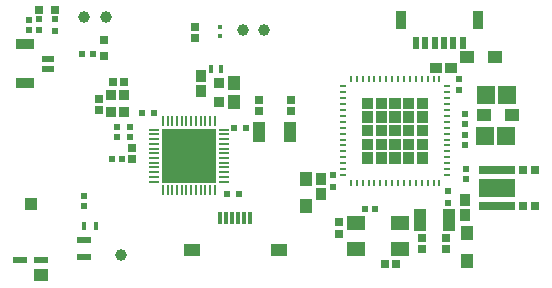
<source format=gbp>
G04*
G04 #@! TF.GenerationSoftware,Altium Limited,Altium Designer,23.3.1 (30)*
G04*
G04 Layer_Color=128*
%FSLAX44Y44*%
%MOMM*%
G71*
G04*
G04 #@! TF.SameCoordinates,1BDB8193-2A7E-4E3D-832C-0021DEAB59C5*
G04*
G04*
G04 #@! TF.FilePolarity,Positive*
G04*
G01*
G75*
%ADD23C,1.0000*%
%ADD24R,0.5725X0.6153*%
%ADD25R,0.6000X0.5500*%
%ADD26R,0.7000X0.7000*%
%ADD27R,0.7000X0.7000*%
%ADD28R,1.0621X1.2578*%
%ADD29R,0.5000X0.6000*%
%ADD33R,0.6000X0.5000*%
%ADD40R,0.9121X1.1311*%
%ADD41R,0.6000X0.5000*%
%ADD44R,0.5000X0.5000*%
%ADD47R,0.7154X0.6725*%
%ADD48R,1.1311X0.9121*%
%ADD50R,1.4000X1.0000*%
%ADD60R,0.5000X0.5000*%
%ADD66R,0.5500X0.6000*%
%ADD121R,0.5600X0.6300*%
%ADD122R,0.4100X0.6600*%
%ADD123R,1.1500X0.5700*%
%ADD124R,1.2000X1.0000*%
%ADD125R,1.0000X1.0000*%
%ADD126R,1.2000X0.5000*%
%ADD127R,0.9000X1.6000*%
%ADD128R,0.5000X1.0000*%
%ADD129R,1.6000X0.9000*%
%ADD130R,1.0000X0.5000*%
%ADD132R,0.6000X0.2400*%
%ADD133R,0.2400X0.6000*%
%ADD134R,1.5781X1.5562*%
%ADD135R,3.0988X1.4986*%
%ADD136R,3.0988X0.7112*%
%ADD137R,1.0922X1.9050*%
%ADD138R,0.6500X0.7000*%
%ADD139R,0.4500X0.4500*%
%ADD140R,0.6725X0.7154*%
%ADD141R,0.8500X0.9500*%
%ADD142O,0.9500X0.2000*%
%ADD143O,0.2000X0.9500*%
%ADD144R,4.6000X4.6000*%
%ADD145R,0.3500X0.6500*%
%ADD146R,0.9700X0.9000*%
%ADD147R,1.0000X1.8000*%
%ADD148R,1.0000X1.1500*%
%ADD149R,0.3000X1.0000*%
%ADD150R,1.1500X1.0000*%
%ADD151R,1.6000X1.2500*%
G36*
X354400Y148800D02*
X344800D01*
Y158400D01*
X354400D01*
Y148800D01*
D02*
G37*
G36*
X342800D02*
X333200D01*
Y158400D01*
X342800D01*
Y148800D01*
D02*
G37*
G36*
X331200D02*
X321600D01*
Y158400D01*
X331200D01*
Y148800D01*
D02*
G37*
G36*
X319600D02*
X310000D01*
Y158400D01*
X319600D01*
Y148800D01*
D02*
G37*
G36*
X308000D02*
X298400D01*
Y158400D01*
X308000D01*
Y148800D01*
D02*
G37*
G36*
X354400Y137200D02*
X344800D01*
Y146800D01*
X354400D01*
Y137200D01*
D02*
G37*
G36*
X342800D02*
X333200D01*
Y146800D01*
X342800D01*
Y137200D01*
D02*
G37*
G36*
X331200D02*
X321600D01*
Y146800D01*
X331200D01*
Y137200D01*
D02*
G37*
G36*
X319600D02*
X310000D01*
Y146800D01*
X319600D01*
Y137200D01*
D02*
G37*
G36*
X308000D02*
X298400D01*
Y146800D01*
X308000D01*
Y137200D01*
D02*
G37*
G36*
X354400Y125600D02*
X344800D01*
Y135200D01*
X354400D01*
Y125600D01*
D02*
G37*
G36*
X342800D02*
X333200D01*
Y135200D01*
X342800D01*
Y125600D01*
D02*
G37*
G36*
X331200D02*
X321600D01*
Y135200D01*
X331200D01*
Y125600D01*
D02*
G37*
G36*
X319600D02*
X310000D01*
Y135200D01*
X319600D01*
Y125600D01*
D02*
G37*
G36*
X308000D02*
X298400D01*
Y135200D01*
X308000D01*
Y125600D01*
D02*
G37*
G36*
X354400Y114000D02*
X344800D01*
Y123600D01*
X354400D01*
Y114000D01*
D02*
G37*
G36*
X342800D02*
X333200D01*
Y123600D01*
X342800D01*
Y114000D01*
D02*
G37*
G36*
X331200D02*
X321600D01*
Y123600D01*
X331200D01*
Y114000D01*
D02*
G37*
G36*
X319600D02*
X310000D01*
Y123600D01*
X319600D01*
Y114000D01*
D02*
G37*
G36*
X308000D02*
X298400D01*
Y123600D01*
X308000D01*
Y114000D01*
D02*
G37*
G36*
X354400Y102400D02*
X344800D01*
Y112000D01*
X354400D01*
Y102400D01*
D02*
G37*
G36*
X342800D02*
X333200D01*
Y112000D01*
X342800D01*
Y102400D01*
D02*
G37*
G36*
X331200D02*
X321600D01*
Y112000D01*
X331200D01*
Y102400D01*
D02*
G37*
G36*
X319600D02*
X310000D01*
Y112000D01*
X319600D01*
Y102400D01*
D02*
G37*
G36*
X308000D02*
X298400D01*
Y112000D01*
X308000D01*
Y102400D01*
D02*
G37*
D23*
X94250Y24750D02*
D03*
X215500Y215500D02*
D03*
X197250Y215750D02*
D03*
X62750Y227000D02*
D03*
X81250D02*
D03*
D24*
X63000Y66619D02*
D03*
Y75191D02*
D03*
X385750Y144286D02*
D03*
Y135714D02*
D03*
Y127036D02*
D03*
Y118464D02*
D03*
D25*
X309250Y64250D02*
D03*
X300750D02*
D03*
D26*
X38750Y232250D02*
D03*
X24750D02*
D03*
D27*
X80000Y193250D02*
D03*
Y207250D02*
D03*
D28*
X189750Y170794D02*
D03*
Y154750D02*
D03*
D29*
X71000Y195500D02*
D03*
X61000D02*
D03*
D33*
X38750Y224750D02*
D03*
Y214750D02*
D03*
D40*
X162000Y176500D02*
D03*
Y163689D02*
D03*
X385500Y71561D02*
D03*
Y58750D02*
D03*
X263750Y89155D02*
D03*
Y76345D02*
D03*
D41*
X101750Y125250D02*
D03*
X90751D02*
D03*
X101750Y133250D02*
D03*
X90751D02*
D03*
D44*
X194250Y76750D02*
D03*
X184250D02*
D03*
X122250Y145500D02*
D03*
X112250D02*
D03*
X199750Y132500D02*
D03*
X189750D02*
D03*
D47*
X444571Y97000D02*
D03*
X435000D02*
D03*
X327036Y17500D02*
D03*
X317464D02*
D03*
X96786Y171250D02*
D03*
X87214D02*
D03*
X444571Y67000D02*
D03*
X435000D02*
D03*
D48*
X373905Y183750D02*
D03*
X361095D02*
D03*
D50*
X228000Y29750D02*
D03*
X154500Y29250D02*
D03*
D60*
X24750Y225250D02*
D03*
Y215250D02*
D03*
X274000Y93000D02*
D03*
Y83000D02*
D03*
X371250Y79500D02*
D03*
Y69500D02*
D03*
X380250Y174500D02*
D03*
Y164500D02*
D03*
D66*
X16500Y224250D02*
D03*
Y215750D02*
D03*
X386750Y98250D02*
D03*
Y89750D02*
D03*
D121*
X86650Y106500D02*
D03*
X95350D02*
D03*
D122*
X62950Y50000D02*
D03*
X73050D02*
D03*
D123*
X63000Y23207D02*
D03*
Y37507D02*
D03*
D124*
X27000Y8000D02*
D03*
D125*
X18000Y68000D02*
D03*
D126*
X27000Y20500D02*
D03*
X9000D02*
D03*
D127*
X396250Y223950D02*
D03*
X331250D02*
D03*
D128*
X383750Y204750D02*
D03*
X375750D02*
D03*
X367750D02*
D03*
X359750D02*
D03*
X351750D02*
D03*
X343750D02*
D03*
D129*
X12950Y203500D02*
D03*
Y170500D02*
D03*
D130*
X32150Y191000D02*
D03*
Y183000D02*
D03*
D132*
X370400Y92891D02*
D03*
Y97892D02*
D03*
Y102893D02*
D03*
Y107894D02*
D03*
Y112896D02*
D03*
Y117897D02*
D03*
Y122898D02*
D03*
Y127899D02*
D03*
Y132901D02*
D03*
Y137902D02*
D03*
Y142903D02*
D03*
Y147904D02*
D03*
Y152906D02*
D03*
Y157907D02*
D03*
Y162908D02*
D03*
Y167909D02*
D03*
X282400D02*
D03*
Y162908D02*
D03*
Y157907D02*
D03*
Y152906D02*
D03*
Y147904D02*
D03*
Y142903D02*
D03*
Y137902D02*
D03*
Y132901D02*
D03*
Y127899D02*
D03*
Y122898D02*
D03*
Y117897D02*
D03*
Y112896D02*
D03*
Y107894D02*
D03*
Y102893D02*
D03*
Y97892D02*
D03*
Y92891D02*
D03*
D133*
X363900Y174400D02*
D03*
X358900D02*
D03*
X353900D02*
D03*
X348900D02*
D03*
X343900D02*
D03*
X338900D02*
D03*
X333900D02*
D03*
X328900D02*
D03*
X323900D02*
D03*
X318900D02*
D03*
X313900D02*
D03*
X308900D02*
D03*
X303900D02*
D03*
X298900D02*
D03*
X293900D02*
D03*
X288900D02*
D03*
Y86400D02*
D03*
X293900D02*
D03*
X298900D02*
D03*
X303900D02*
D03*
X308900D02*
D03*
X313900D02*
D03*
X318900D02*
D03*
X323900D02*
D03*
X328900D02*
D03*
X333900D02*
D03*
X338900D02*
D03*
X343900D02*
D03*
X348900D02*
D03*
X353900D02*
D03*
X358900D02*
D03*
X363900D02*
D03*
D134*
X402859Y126250D02*
D03*
X420141D02*
D03*
X420891Y160500D02*
D03*
X403609D02*
D03*
D135*
X412500Y82000D02*
D03*
D136*
Y97000D02*
D03*
Y67000D02*
D03*
D137*
X371942Y54750D02*
D03*
X347558D02*
D03*
D138*
X156750Y218250D02*
D03*
Y208750D02*
D03*
D139*
X178250Y218500D02*
D03*
Y210500D02*
D03*
D140*
X76000Y157036D02*
D03*
Y147464D02*
D03*
X211250Y156321D02*
D03*
Y146750D02*
D03*
X238500Y156321D02*
D03*
Y146750D02*
D03*
X278750Y52821D02*
D03*
Y43250D02*
D03*
X369750Y39500D02*
D03*
Y29929D02*
D03*
X349500Y30250D02*
D03*
Y39821D02*
D03*
X103500Y106114D02*
D03*
Y115686D02*
D03*
D141*
X97250Y161000D02*
D03*
Y146500D02*
D03*
X85750D02*
D03*
Y161000D02*
D03*
D142*
X181250Y127250D02*
D03*
Y131250D02*
D03*
Y111250D02*
D03*
Y115250D02*
D03*
Y107250D02*
D03*
Y123250D02*
D03*
Y119250D02*
D03*
Y103250D02*
D03*
Y95250D02*
D03*
Y99250D02*
D03*
Y87250D02*
D03*
Y91250D02*
D03*
X122250Y127250D02*
D03*
Y131250D02*
D03*
Y123250D02*
D03*
Y107250D02*
D03*
Y111250D02*
D03*
Y103250D02*
D03*
Y119250D02*
D03*
Y115250D02*
D03*
Y91250D02*
D03*
Y99250D02*
D03*
Y95250D02*
D03*
Y87250D02*
D03*
D143*
X169750Y138750D02*
D03*
X165750D02*
D03*
X173750D02*
D03*
X157750D02*
D03*
X153750D02*
D03*
X161750D02*
D03*
X149750D02*
D03*
X173750Y79750D02*
D03*
X165750D02*
D03*
X161750D02*
D03*
X157750D02*
D03*
X169750D02*
D03*
X149750D02*
D03*
X153750D02*
D03*
X141750Y138750D02*
D03*
X137750D02*
D03*
X145750D02*
D03*
X133750D02*
D03*
X129750D02*
D03*
X141750Y79750D02*
D03*
X137750D02*
D03*
X145750D02*
D03*
X129750D02*
D03*
X133750D02*
D03*
D144*
X151750Y109250D02*
D03*
D145*
X179250Y182500D02*
D03*
X170750D02*
D03*
D146*
X177250Y170450D02*
D03*
Y154750D02*
D03*
D147*
X237000Y129500D02*
D03*
X211500D02*
D03*
D148*
X251000Y89750D02*
D03*
Y66250D02*
D03*
X387500Y43750D02*
D03*
Y20250D02*
D03*
D149*
X203500Y56750D02*
D03*
X188500D02*
D03*
X183500D02*
D03*
X198500D02*
D03*
X193500D02*
D03*
X178500D02*
D03*
D150*
X425500Y143250D02*
D03*
X402000D02*
D03*
X410750Y192500D02*
D03*
X387250D02*
D03*
D151*
X293500Y30250D02*
D03*
X330500D02*
D03*
Y52250D02*
D03*
X293500D02*
D03*
M02*

</source>
